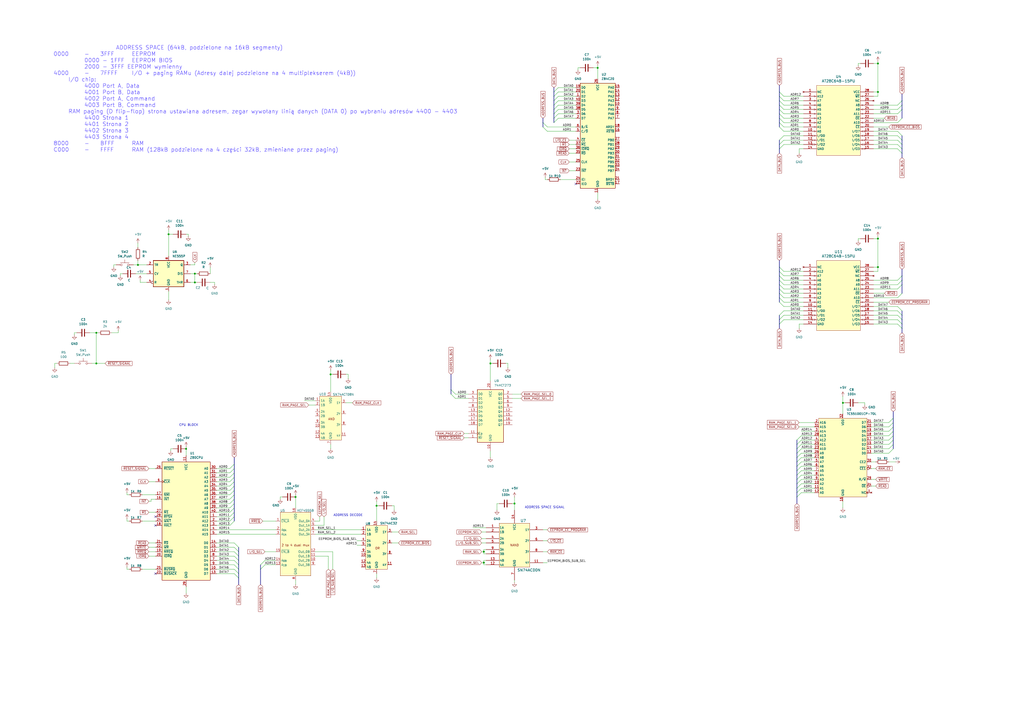
<source format=kicad_sch>
(kicad_sch (version 20231120) (generator "eeschema") (generator_version "8.0")
  (paper "A2")
  (title_block (title "Komputer Z80") (date "2025-03-02"))
  (junction (at 280.67 320.04))
  (junction (at 509.27 36.83))
  (junction (at 55.88 210.82))
  (junction (at 509.27 154.94))
  (junction (at 97.79 135.89))
  (junction (at 509.27 53.34))
  (junction (at 346.71 39.37))
  (junction (at 80.01 153.67))
  (junction (at 218.44 293.37))
  (junction (at 171.45 288.29))
  (junction (at 280.67 326.39))
  (junction (at 284.48 210.82))
  (junction (at 509.27 138.43))
  (junction (at 113.03 163.83))
  (junction (at 113.03 158.75))
  (junction (at 191.77 217.17))
  (junction (at 488.95 233.68))
  (junction (at 107.95 260.35))
  (junction (at 298.45 292.1))
  (junction (at 55.88 193.04))
  (no_connect (at 334.01 106.68))
  (no_connect (at 90.17 332.74))
  (no_connect (at 90.17 304.8))
  (no_connect (at 90.17 299.72))
  (bus_entry (at 523.24 162.56) (size -2.54 2.54))
  (bus_entry (at 523.24 170.18) (size -2.54 2.54))
  (bus_entry (at 314.96 73.66) (size 2.54 2.54))
  (bus_entry (at 452.12 154.94) (size 2.54 2.54))
  (bus_entry (at 518.16 252.73) (size -2.54 2.54))
  (bus_entry (at 462.28 278.13) (size 2.54 -2.54))
  (bus_entry (at 523.24 68.58) (size -2.54 2.54))
  (bus_entry (at 452.12 60.96) (size 2.54 2.54))
  (bus_entry (at 452.12 58.42) (size 2.54 2.54))
  (bus_entry (at 138.43 330.2) (size -2.54 -2.54))
  (bus_entry (at 452.12 86.36) (size 2.54 -2.54))
  (bus_entry (at 462.28 262.89) (size 2.54 -2.54))
  (bus_entry (at 523.24 60.96) (size -2.54 2.54))
  (bus_entry (at 462.28 288.29) (size 2.54 -2.54))
  (bus_entry (at 452.12 71.12) (size 2.54 2.54))
  (bus_entry (at 523.24 182.88) (size -2.54 -2.54))
  (bus_entry (at 135.89 292.1) (size -2.54 2.54))
  (bus_entry (at 462.28 285.75) (size 2.54 -2.54))
  (bus_entry (at 138.43 332.74) (size -2.54 -2.54))
  (bus_entry (at 138.43 320.04) (size -2.54 -2.54))
  (bus_entry (at 135.89 274.32) (size -2.54 2.54))
  (bus_entry (at 321.31 68.58) (size 2.54 -2.54))
  (bus_entry (at 321.31 53.34) (size 2.54 -2.54))
  (bus_entry (at 523.24 187.96) (size -2.54 -2.54))
  (bus_entry (at 452.12 81.28) (size 2.54 -2.54))
  (bus_entry (at 151.13 330.2) (size 2.54 -2.54))
  (bus_entry (at 523.24 86.36) (size -2.54 -2.54))
  (bus_entry (at 523.24 185.42) (size -2.54 -2.54))
  (bus_entry (at 135.89 279.4) (size -2.54 2.54))
  (bus_entry (at 138.43 317.5) (size -2.54 -2.54))
  (bus_entry (at 523.24 58.42) (size -2.54 2.54))
  (bus_entry (at 452.12 162.56) (size 2.54 2.54))
  (bus_entry (at 462.28 273.05) (size 2.54 -2.54))
  (bus_entry (at 321.31 58.42) (size 2.54 -2.54))
  (bus_entry (at 462.28 267.97) (size 2.54 -2.54))
  (bus_entry (at 523.24 78.74) (size -2.54 -2.54))
  (bus_entry (at 462.28 275.59) (size 2.54 -2.54))
  (bus_entry (at 523.24 88.9) (size -2.54 -2.54))
  (bus_entry (at 135.89 271.78) (size -2.54 2.54))
  (bus_entry (at 518.16 255.27) (size -2.54 2.54))
  (bus_entry (at 462.28 260.35) (size 2.54 -2.54))
  (bus_entry (at 321.31 63.5) (size 2.54 -2.54))
  (bus_entry (at 452.12 182.88) (size 2.54 -2.54))
  (bus_entry (at 452.12 185.42) (size 2.54 -2.54))
  (bus_entry (at 452.12 172.72) (size 2.54 2.54))
  (bus_entry (at 462.28 255.27) (size 2.54 -2.54))
  (bus_entry (at 452.12 63.5) (size 2.54 2.54))
  (bus_entry (at 261.62 228.6) (size 2.54 2.54))
  (bus_entry (at 135.89 297.18) (size -2.54 2.54))
  (bus_entry (at 523.24 83.82) (size -2.54 -2.54))
  (bus_entry (at 321.31 60.96) (size 2.54 -2.54))
  (bus_entry (at 452.12 167.64) (size 2.54 2.54))
  (bus_entry (at 138.43 335.28) (size -2.54 -2.54))
  (bus_entry (at 452.12 66.04) (size 2.54 2.54))
  (bus_entry (at 523.24 180.34) (size -2.54 -2.54))
  (bus_entry (at 518.16 242.57) (size -2.54 2.54))
  (bus_entry (at 261.62 226.06) (size 2.54 2.54))
  (bus_entry (at 321.31 71.12) (size 2.54 -2.54))
  (bus_entry (at 138.43 325.12) (size -2.54 -2.54))
  (bus_entry (at 462.28 283.21) (size 2.54 -2.54))
  (bus_entry (at 314.96 71.12) (size 2.54 2.54))
  (bus_entry (at 452.12 55.88) (size 2.54 2.54))
  (bus_entry (at 462.28 265.43) (size 2.54 -2.54))
  (bus_entry (at 462.28 280.67) (size 2.54 -2.54))
  (bus_entry (at 135.89 289.56) (size -2.54 2.54))
  (bus_entry (at 462.28 270.51) (size 2.54 -2.54))
  (bus_entry (at 135.89 276.86) (size -2.54 2.54))
  (bus_entry (at 523.24 81.28) (size -2.54 -2.54))
  (bus_entry (at 151.13 327.66) (size 2.54 -2.54))
  (bus_entry (at 523.24 165.1) (size -2.54 2.54))
  (bus_entry (at 523.24 63.5) (size -2.54 2.54))
  (bus_entry (at 523.24 160.02) (size -2.54 2.54))
  (bus_entry (at 518.16 260.35) (size -2.54 2.54))
  (bus_entry (at 452.12 157.48) (size 2.54 2.54))
  (bus_entry (at 518.16 247.65) (size -2.54 2.54))
  (bus_entry (at 452.12 53.34) (size 2.54 2.54))
  (bus_entry (at 452.12 170.18) (size 2.54 2.54))
  (bus_entry (at 452.12 175.26) (size 2.54 2.54))
  (bus_entry (at 135.89 302.26) (size -2.54 2.54))
  (bus_entry (at 135.89 299.72) (size -2.54 2.54))
  (bus_entry (at 523.24 190.5) (size -2.54 -2.54))
  (bus_entry (at 138.43 322.58) (size -2.54 -2.54))
  (bus_entry (at 452.12 165.1) (size 2.54 2.54))
  (bus_entry (at 135.89 281.94) (size -2.54 2.54))
  (bus_entry (at 135.89 294.64) (size -2.54 2.54))
  (bus_entry (at 462.28 257.81) (size 2.54 -2.54))
  (bus_entry (at 518.16 257.81) (size -2.54 2.54))
  (bus_entry (at 452.12 68.58) (size 2.54 2.54))
  (bus_entry (at 452.12 187.96) (size 2.54 -2.54))
  (bus_entry (at 321.31 55.88) (size 2.54 -2.54))
  (bus_entry (at 321.31 66.04) (size 2.54 -2.54))
  (bus_entry (at 452.12 73.66) (size 2.54 2.54))
  (bus_entry (at 452.12 160.02) (size 2.54 2.54))
  (bus_entry (at 138.43 327.66) (size -2.54 -2.54))
  (bus_entry (at 135.89 284.48) (size -2.54 2.54))
  (bus_entry (at 135.89 269.24) (size -2.54 2.54))
  (bus_entry (at 518.16 245.11) (size -2.54 2.54))
  (bus_entry (at 518.16 250.19) (size -2.54 2.54))
  (bus_entry (at 135.89 287.02) (size -2.54 2.54))
  (bus_entry (at 452.12 83.82) (size 2.54 -2.54))
  (wire (pts (xy 113.03 152.4) (xy 113.03 153.67)))
  (bus (pts (xy 135.89 289.56) (xy 135.89 292.1)))
  (wire (pts (xy 454.66 66.04) (xy 466.09 66.04)))
  (wire (pts (xy 193.04 217.17) (xy 191.77 217.17)))
  (bus (pts (xy 518.16 245.11) (xy 518.16 242.57)))
  (bus (pts (xy 452.12 185.42) (xy 452.12 187.96)))
  (wire (pts (xy 297.18 228.6) (xy 302.26 228.6)))
  (wire (pts (xy 506.73 68.58) (xy 513.08 68.58)))
  (wire (pts (xy 330.2 93.98) (xy 334.01 93.98)))
  (wire (pts (xy 454.66 177.8) (xy 466.09 177.8)))
  (wire (pts (xy 506.73 36.83) (xy 509.27 36.83)))
  (wire (pts (xy 454.66 165.1) (xy 466.09 165.1)))
  (wire (pts (xy 71.12 158.75) (xy 69.85 158.75)))
  (wire (pts (xy 44.45 193.04) (xy 43.18 193.04)))
  (wire (pts (xy 505.46 260.35) (xy 515.62 260.35)))
  (wire (pts (xy 509.27 53.34) (xy 509.27 36.83)))
  (bus (pts (xy 523.24 187.96) (xy 523.24 190.5)))
  (wire (pts (xy 344.17 39.37) (xy 346.71 39.37)))
  (wire (pts (xy 454.66 60.96) (xy 466.09 60.96)))
  (wire (pts (xy 472.44 262.89) (xy 464.82 262.89)))
  (bus (pts (xy 462.28 278.13) (xy 462.28 275.59)))
  (wire (pts (xy 87.63 289.56) (xy 90.17 289.56)))
  (wire (pts (xy 454.66 157.48) (xy 466.09 157.48)))
  (wire (pts (xy 454.66 68.58) (xy 466.09 68.58)))
  (wire (pts (xy 73.66 300.99) (xy 73.66 302.26)))
  (wire (pts (xy 506.73 182.88) (xy 520.7 182.88)))
  (bus (pts (xy 151.13 330.2) (xy 151.13 339.09)))
  (wire (pts (xy 110.49 153.67) (xy 113.03 153.67)))
  (wire (pts (xy 82.55 287.02) (xy 90.17 287.02)))
  (bus (pts (xy 452.12 55.88) (xy 452.12 58.42)))
  (wire (pts (xy 125.73 332.74) (xy 135.89 332.74)))
  (wire (pts (xy 190.5 322.58) (xy 190.5 330.2)))
  (wire (pts (xy 314.96 326.39) (xy 317.5 326.39)))
  (wire (pts (xy 182.88 320.04) (xy 193.04 320.04)))
  (wire (pts (xy 288.29 292.1) (xy 288.29 295.91)))
  (wire (pts (xy 191.77 257.81) (xy 191.77 260.35)))
  (wire (pts (xy 505.46 257.81) (xy 515.62 257.81)))
  (wire (pts (xy 505.46 255.27) (xy 515.62 255.27)))
  (wire (pts (xy 330.2 88.9) (xy 334.01 88.9)))
  (wire (pts (xy 125.73 330.2) (xy 135.89 330.2)))
  (wire (pts (xy 99.06 260.35) (xy 99.06 261.62)))
  (wire (pts (xy 454.66 170.18) (xy 466.09 170.18)))
  (wire (pts (xy 506.73 167.64) (xy 520.7 167.64)))
  (wire (pts (xy 97.79 135.89) (xy 100.33 135.89)))
  (bus (pts (xy 523.24 60.96) (xy 523.24 63.5)))
  (wire (pts (xy 506.73 81.28) (xy 520.7 81.28)))
  (wire (pts (xy 505.46 267.97) (xy 508 267.97)))
  (wire (pts (xy 506.73 162.56) (xy 520.7 162.56)))
  (wire (pts (xy 97.79 168.91) (xy 97.79 173.99)))
  (bus (pts (xy 321.31 50.8) (xy 321.31 53.34)))
  (wire (pts (xy 505.46 262.89) (xy 515.62 262.89)))
  (bus (pts (xy 523.24 190.5) (xy 523.24 193.04)))
  (bus (pts (xy 321.31 60.96) (xy 321.31 58.42)))
  (bus (pts (xy 462.28 288.29) (xy 462.28 285.75)))
  (wire (pts (xy 506.73 78.74) (xy 520.7 78.74)))
  (wire (pts (xy 113.03 158.75) (xy 113.03 163.83)))
  (bus (pts (xy 151.13 327.66) (xy 151.13 330.2)))
  (wire (pts (xy 100.33 260.35) (xy 99.06 260.35)))
  (wire (pts (xy 316.23 104.14) (xy 317.5 104.14)))
  (bus (pts (xy 452.12 63.5) (xy 452.12 66.04)))
  (wire (pts (xy 472.44 252.73) (xy 464.82 252.73)))
  (wire (pts (xy 125.73 297.18) (xy 133.35 297.18)))
  (wire (pts (xy 193.04 320.04) (xy 193.04 330.2)))
  (bus (pts (xy 138.43 332.74) (xy 138.43 335.28)))
  (wire (pts (xy 280.67 318.77) (xy 280.67 320.04)))
  (wire (pts (xy 110.49 163.83) (xy 113.03 163.83)))
  (bus (pts (xy 452.12 83.82) (xy 452.12 86.36)))
  (wire (pts (xy 472.44 260.35) (xy 464.82 260.35)))
  (bus (pts (xy 135.89 292.1) (xy 135.89 294.64)))
  (wire (pts (xy 274.32 306.07) (xy 281.94 306.07)))
  (bus (pts (xy 452.12 49.53) (xy 452.12 53.34)))
  (wire (pts (xy 515.62 267.97) (xy 519.43 267.97)))
  (wire (pts (xy 179.07 234.95) (xy 182.88 234.95)))
  (wire (pts (xy 346.71 38.1) (xy 346.71 39.37)))
  (wire (pts (xy 73.66 302.26) (xy 74.93 302.26)))
  (wire (pts (xy 125.73 271.78) (xy 133.35 271.78)))
  (bus (pts (xy 518.16 252.73) (xy 518.16 250.19)))
  (wire (pts (xy 472.44 257.81) (xy 464.82 257.81)))
  (bus (pts (xy 135.89 284.48) (xy 135.89 287.02)))
  (wire (pts (xy 454.66 58.42) (xy 466.09 58.42)))
  (wire (pts (xy 125.73 327.66) (xy 135.89 327.66)))
  (wire (pts (xy 314.96 313.69) (xy 317.5 313.69)))
  (wire (pts (xy 506.73 63.5) (xy 520.7 63.5)))
  (wire (pts (xy 125.73 314.96) (xy 135.89 314.96)))
  (wire (pts (xy 125.73 276.86) (xy 133.35 276.86)))
  (wire (pts (xy 346.71 39.37) (xy 346.71 45.72)))
  (bus (pts (xy 138.43 320.04) (xy 138.43 322.58)))
  (wire (pts (xy 316.23 102.87) (xy 316.23 104.14)))
  (bus (pts (xy 321.31 63.5) (xy 321.31 66.04)))
  (bus (pts (xy 523.24 58.42) (xy 523.24 60.96)))
  (bus (pts (xy 462.28 267.97) (xy 462.28 265.43)))
  (wire (pts (xy 334.01 60.96) (xy 323.85 60.96)))
  (wire (pts (xy 293.37 210.82) (xy 294.64 210.82)))
  (wire (pts (xy 163.83 288.29) (xy 162.56 288.29)))
  (wire (pts (xy 454.66 185.42) (xy 466.09 185.42)))
  (wire (pts (xy 125.73 279.4) (xy 133.35 279.4)))
  (wire (pts (xy 125.73 281.94) (xy 133.35 281.94)))
  (wire (pts (xy 171.45 336.55) (xy 171.45 339.09)))
  (wire (pts (xy 207.01 313.69) (xy 209.55 313.69)))
  (wire (pts (xy 506.73 73.66) (xy 515.62 73.66)))
  (bus (pts (xy 452.12 53.34) (xy 452.12 55.88)))
  (bus (pts (xy 452.12 66.04) (xy 452.12 68.58)))
  (wire (pts (xy 284.48 210.82) (xy 284.48 220.98)))
  (wire (pts (xy 80.01 153.67) (xy 77.47 153.67)))
  (wire (pts (xy 280.67 326.39) (xy 279.4 326.39)))
  (wire (pts (xy 125.73 289.56) (xy 133.35 289.56)))
  (wire (pts (xy 505.46 271.78) (xy 508 271.78)))
  (wire (pts (xy 506.73 86.36) (xy 520.7 86.36)))
  (wire (pts (xy 506.73 177.8) (xy 520.7 177.8)))
  (bus (pts (xy 523.24 180.34) (xy 523.24 182.88)))
  (wire (pts (xy 55.88 193.04) (xy 55.88 210.82)))
  (wire (pts (xy 454.66 71.12) (xy 466.09 71.12)))
  (wire (pts (xy 330.2 99.06) (xy 334.01 99.06)))
  (wire (pts (xy 40.64 210.82) (xy 43.18 210.82)))
  (wire (pts (xy 297.18 292.1) (xy 298.45 292.1)))
  (bus (pts (xy 261.62 217.17) (xy 261.62 226.06)))
  (bus (pts (xy 462.28 280.67) (xy 462.28 278.13)))
  (wire (pts (xy 330.2 83.82) (xy 334.01 83.82)))
  (wire (pts (xy 463.55 245.11) (xy 472.44 245.11)))
  (wire (pts (xy 330.2 81.28) (xy 334.01 81.28)))
  (wire (pts (xy 121.92 154.94) (xy 121.92 158.75)))
  (bus (pts (xy 138.43 335.28) (xy 138.43 339.09)))
  (wire (pts (xy 279.4 312.42) (xy 281.94 312.42)))
  (wire (pts (xy 472.44 275.59) (xy 464.82 275.59)))
  (wire (pts (xy 463.55 86.36) (xy 463.55 88.9)))
  (wire (pts (xy 153.67 320.04) (xy 160.02 320.04)))
  (wire (pts (xy 497.84 36.83) (xy 497.84 38.1)))
  (bus (pts (xy 523.24 185.42) (xy 523.24 187.96)))
  (wire (pts (xy 125.73 307.34) (xy 160.02 307.34)))
  (wire (pts (xy 454.66 160.02) (xy 466.09 160.02)))
  (bus (pts (xy 135.89 271.78) (xy 135.89 274.32)))
  (wire (pts (xy 454.66 162.56) (xy 466.09 162.56)))
  (wire (pts (xy 86.36 290.83) (xy 87.63 290.83)))
  (wire (pts (xy 454.66 175.26) (xy 466.09 175.26)))
  (wire (pts (xy 472.44 283.21) (xy 464.82 283.21)))
  (wire (pts (xy 97.79 133.35) (xy 97.79 135.89)))
  (wire (pts (xy 509.27 138.43) (xy 509.27 137.16)))
  (wire (pts (xy 506.73 66.04) (xy 520.7 66.04)))
  (bus (pts (xy 462.28 265.43) (xy 462.28 262.89)))
  (wire (pts (xy 86.36 317.5) (xy 90.17 317.5)))
  (wire (pts (xy 314.96 307.34) (xy 317.5 307.34)))
  (bus (pts (xy 452.12 162.56) (xy 452.12 165.1)))
  (wire (pts (xy 125.73 274.32) (xy 133.35 274.32)))
  (wire (pts (xy 334.01 53.34) (xy 323.85 53.34)))
  (wire (pts (xy 279.4 308.61) (xy 281.94 308.61)))
  (wire (pts (xy 125.73 304.8) (xy 133.35 304.8)))
  (wire (pts (xy 506.73 170.18) (xy 513.08 170.18)))
  (bus (pts (xy 452.12 167.64) (xy 452.12 170.18)))
  (bus (pts (xy 452.12 81.28) (xy 452.12 83.82)))
  (wire (pts (xy 506.73 83.82) (xy 520.7 83.82)))
  (wire (pts (xy 82.55 302.26) (xy 90.17 302.26)))
  (wire (pts (xy 185.42 302.26) (xy 185.42 299.72)))
  (bus (pts (xy 462.28 275.59) (xy 462.28 273.05)))
  (wire (pts (xy 346.71 111.76) (xy 346.71 115.57)))
  (wire (pts (xy 113.03 163.83) (xy 114.3 163.83)))
  (bus (pts (xy 462.28 283.21) (xy 462.28 280.67)))
  (wire (pts (xy 284.48 208.28) (xy 284.48 210.82)))
  (wire (pts (xy 125.73 302.26) (xy 133.35 302.26)))
  (wire (pts (xy 317.5 73.66) (xy 334.01 73.66)))
  (wire (pts (xy 176.53 232.41) (xy 182.88 232.41)))
  (wire (pts (xy 279.4 314.96) (xy 281.94 314.96)))
  (bus (pts (xy 138.43 317.5) (xy 138.43 320.04)))
  (wire (pts (xy 281.94 318.77) (xy 280.67 318.77)))
  (wire (pts (xy 454.66 78.74) (xy 466.09 78.74)))
  (wire (pts (xy 191.77 214.63) (xy 191.77 217.17)))
  (bus (pts (xy 135.89 279.4) (xy 135.89 281.94)))
  (wire (pts (xy 78.74 158.75) (xy 85.09 158.75)))
  (wire (pts (xy 506.73 71.12) (xy 520.7 71.12)))
  (wire (pts (xy 463.55 247.65) (xy 472.44 247.65)))
  (wire (pts (xy 153.67 327.66) (xy 160.02 327.66)))
  (wire (pts (xy 187.96 299.72) (xy 187.96 304.8)))
  (wire (pts (xy 334.01 58.42) (xy 323.85 58.42)))
  (wire (pts (xy 505.46 245.11) (xy 515.62 245.11)))
  (wire (pts (xy 497.84 138.43) (xy 497.84 139.7)))
  (wire (pts (xy 81.28 162.56) (xy 81.28 163.83)))
  (wire (pts (xy 207.01 316.23) (xy 209.55 316.23)))
  (wire (pts (xy 53.34 210.82) (xy 55.88 210.82)))
  (bus (pts (xy 452.12 170.18) (xy 452.12 172.72)))
  (bus (pts (xy 135.89 299.72) (xy 135.89 302.26)))
  (bus (pts (xy 523.24 182.88) (xy 523.24 185.42)))
  (wire (pts (xy 125.73 320.04) (xy 135.89 320.04)))
  (wire (pts (xy 31.75 210.82) (xy 33.02 210.82)))
  (wire (pts (xy 466.09 86.36) (xy 463.55 86.36)))
  (bus (pts (xy 135.89 287.02) (xy 135.89 289.56)))
  (bus (pts (xy 452.12 86.36) (xy 452.12 88.9)))
  (wire (pts (xy 201.93 217.17) (xy 201.93 219.71)))
  (wire (pts (xy 285.75 210.82) (xy 284.48 210.82)))
  (wire (pts (xy 506.73 60.96) (xy 520.7 60.96)))
  (wire (pts (xy 227.33 308.61) (xy 231.14 308.61)))
  (wire (pts (xy 87.63 290.83) (xy 87.63 289.56)))
  (bus (pts (xy 523.24 156.21) (xy 523.24 160.02)))
  (bus (pts (xy 138.43 325.12) (xy 138.43 327.66)))
  (wire (pts (xy 80.01 140.97) (xy 80.01 143.51)))
  (bus (pts (xy 518.16 250.19) (xy 518.16 247.65)))
  (wire (pts (xy 334.01 63.5) (xy 323.85 63.5)))
  (wire (pts (xy 125.73 284.48) (xy 133.35 284.48)))
  (wire (pts (xy 113.03 158.75) (xy 110.49 158.75)))
  (bus (pts (xy 138.43 330.2) (xy 138.43 332.74)))
  (wire (pts (xy 454.66 83.82) (xy 466.09 83.82)))
  (bus (pts (xy 321.31 55.88) (xy 321.31 53.34)))
  (wire (pts (xy 182.88 302.26) (xy 185.42 302.26)))
  (wire (pts (xy 86.36 297.18) (xy 90.17 297.18)))
  (wire (pts (xy 125.73 322.58) (xy 135.89 322.58)))
  (wire (pts (xy 80.01 151.13) (xy 80.01 153.67)))
  (wire (pts (xy 55.88 210.82) (xy 60.96 210.82)))
  (bus (pts (xy 135.89 265.43) (xy 135.89 269.24)))
  (bus (pts (xy 135.89 281.94) (xy 135.89 284.48)))
  (wire (pts (xy 336.55 39.37) (xy 335.28 39.37)))
  (wire (pts (xy 187.96 304.8) (xy 182.88 304.8)))
  (wire (pts (xy 505.46 278.13) (xy 508 278.13)))
  (wire (pts (xy 125.73 299.72) (xy 133.35 299.72)))
  (wire (pts (xy 86.36 271.78) (xy 90.17 271.78)))
  (wire (pts (xy 125.73 309.88) (xy 160.02 309.88)))
  (wire (pts (xy 454.66 172.72) (xy 466.09 172.72)))
  (wire (pts (xy 269.24 251.46) (xy 271.78 251.46)))
  (wire (pts (xy 506.73 180.34) (xy 520.7 180.34)))
  (bus (pts (xy 321.31 58.42) (xy 321.31 55.88)))
  (wire (pts (xy 334.01 66.04) (xy 323.85 66.04)))
  (wire (pts (xy 488.95 233.68) (xy 490.22 233.68)))
  (wire (pts (xy 488.95 229.87) (xy 488.95 233.68)))
  (wire (pts (xy 69.85 158.75) (xy 69.85 160.02)))
  (wire (pts (xy 454.66 63.5) (xy 466.09 63.5)))
  (wire (pts (xy 227.33 293.37) (xy 228.6 293.37)))
  (bus (pts (xy 452.12 172.72) (xy 452.12 175.26)))
  (wire (pts (xy 472.44 270.51) (xy 464.82 270.51)))
  (wire (pts (xy 509.27 36.83) (xy 509.27 35.56)))
  (bus (pts (xy 518.16 255.27) (xy 518.16 252.73)))
  (wire (pts (xy 284.48 261.62) (xy 284.48 265.43)))
  (wire (pts (xy 55.88 193.04) (xy 57.15 193.04)))
  (bus (pts (xy 452.12 160.02) (xy 452.12 162.56)))
  (wire (pts (xy 334.01 68.58) (xy 323.85 68.58)))
  (wire (pts (xy 152.4 302.26) (xy 160.02 302.26)))
  (bus (pts (xy 452.12 187.96) (xy 452.12 190.5)))
  (wire (pts (xy 464.82 250.19) (xy 472.44 250.19)))
  (wire (pts (xy 124.46 165.1) (xy 124.46 163.83)))
  (wire (pts (xy 73.66 287.02) (xy 74.93 287.02)))
  (bus (pts (xy 518.16 247.65) (xy 518.16 245.11)))
  (wire (pts (xy 281.94 327.66) (xy 280.67 327.66)))
  (bus (pts (xy 523.24 81.28) (xy 523.24 83.82)))
  (bus (pts (xy 462.28 262.89) (xy 462.28 260.35)))
  (wire (pts (xy 280.67 325.12) (xy 280.67 326.39)))
  (wire (pts (xy 506.73 185.42) (xy 520.7 185.42)))
  (bus (pts (xy 523.24 86.36) (xy 523.24 88.9)))
  (bus (pts (xy 452.12 182.88) (xy 452.12 185.42)))
  (wire (pts (xy 505.46 281.94) (xy 508 281.94)))
  (wire (pts (xy 454.66 81.28) (xy 466.09 81.28)))
  (wire (pts (xy 125.73 294.64) (xy 133.35 294.64)))
  (wire (pts (xy 191.77 217.17) (xy 191.77 227.33)))
  (wire (pts (xy 73.66 330.2) (xy 74.93 330.2)))
  (wire (pts (xy 505.46 247.65) (xy 515.62 247.65)))
  (wire (pts (xy 506.73 187.96) (xy 520.7 187.96)))
  (wire (pts (xy 73.66 328.93) (xy 73.66 330.2)))
  (bus (pts (xy 452.12 71.12) (xy 452.12 73.66)))
  (wire (pts (xy 454.66 180.34) (xy 466.09 180.34)))
  (wire (pts (xy 182.88 307.34) (xy 209.55 307.34)))
  (bus (pts (xy 314.96 68.58) (xy 314.96 71.12)))
  (bus (pts (xy 452.12 154.94) (xy 452.12 157.48)))
  (wire (pts (xy 73.66 285.75) (xy 73.66 287.02)))
  (wire (pts (xy 488.95 233.68) (xy 488.95 240.03)))
  (wire (pts (xy 509.27 157.48) (xy 509.27 154.94)))
  (bus (pts (xy 462.28 273.05) (xy 462.28 270.51)))
  (bus (pts (xy 462.28 285.75) (xy 462.28 283.21)))
  (wire (pts (xy 317.5 76.2) (xy 334.01 76.2)))
  (wire (pts (xy 505.46 250.19) (xy 515.62 250.19)))
  (bus (pts (xy 518.16 242.57) (xy 518.16 238.76)))
  (wire (pts (xy 171.45 287.02) (xy 171.45 288.29)))
  (wire (pts (xy 314.96 320.04) (xy 317.5 320.04)))
  (wire (pts (xy 466.09 187.96) (xy 463.55 187.96)))
  (bus (pts (xy 452.12 60.96) (xy 452.12 63.5)))
  (bus (pts (xy 523.24 162.56) (xy 523.24 165.1)))
  (wire (pts (xy 200.66 217.17) (xy 201.93 217.17)))
  (bus (pts (xy 452.12 151.13) (xy 452.12 154.94)))
  (wire (pts (xy 506.73 175.26) (xy 515.62 175.26)))
  (wire (pts (xy 281.94 321.31) (xy 280.67 321.31)))
  (wire (pts (xy 334.01 55.88) (xy 323.85 55.88)))
  (wire (pts (xy 107.95 340.36) (xy 107.95 344.17)))
  (wire (pts (xy 472.44 273.05) (xy 464.82 273.05)))
  (wire (pts (xy 67.31 153.67) (xy 66.04 153.67)))
  (bus (pts (xy 523.24 54.61) (xy 523.24 58.42)))
  (wire (pts (xy 506.73 165.1) (xy 520.7 165.1)))
  (wire (pts (xy 171.45 288.29) (xy 171.45 294.64)))
  (bus (pts (xy 321.31 60.96) (xy 321.31 63.5)))
  (bus (pts (xy 452.12 157.48) (xy 452.12 160.02)))
  (wire (pts (xy 82.55 330.2) (xy 90.17 330.2)))
  (wire (pts (xy 182.88 309.88) (xy 209.55 309.88)))
  (wire (pts (xy 107.95 259.08) (xy 107.95 260.35)))
  (bus (pts (xy 138.43 322.58) (xy 138.43 325.12)))
  (bus (pts (xy 135.89 274.32) (xy 135.89 276.86)))
  (bus (pts (xy 523.24 83.82) (xy 523.24 86.36)))
  (wire (pts (xy 153.67 325.12) (xy 160.02 325.12)))
  (wire (pts (xy 31.75 213.36) (xy 31.75 210.82)))
  (wire (pts (xy 294.64 210.82) (xy 294.64 213.36)))
  (wire (pts (xy 264.16 228.6) (xy 271.78 228.6)))
  (wire (pts (xy 454.66 55.88) (xy 466.09 55.88)))
  (wire (pts (xy 200.66 233.68) (xy 204.47 233.68)))
  (wire (pts (xy 109.22 135.89) (xy 107.95 135.89)))
  (wire (pts (xy 162.56 288.29) (xy 162.56 289.56)))
  (wire (pts (xy 472.44 285.75) (xy 464.82 285.75)))
  (wire (pts (xy 501.65 233.68) (xy 501.65 234.95)))
  (wire (pts (xy 325.12 104.14) (xy 334.01 104.14)))
  (wire (pts (xy 488.95 290.83) (xy 488.95 294.64)))
  (wire (pts (xy 297.18 231.14) (xy 302.26 231.14)))
  (bus (pts (xy 261.62 226.06) (xy 261.62 228.6)))
  (wire (pts (xy 454.66 182.88) (xy 466.09 182.88)))
  (wire (pts (xy 298.45 288.29) (xy 298.45 292.1)))
  (wire (pts (xy 97.79 135.89) (xy 97.79 148.59)))
  (bus (pts (xy 321.31 68.58) (xy 321.31 66.04)))
  (bus (pts (xy 518.16 260.35) (xy 518.16 257.81)))
  (wire (pts (xy 472.44 255.27) (xy 464.82 255.27)))
  (bus (pts (xy 135.89 297.18) (xy 135.89 299.72)))
  (wire (pts (xy 219.71 293.37) (xy 218.44 293.37)))
  (wire (pts (xy 218.44 332.74) (xy 218.44 335.28)))
  (wire (pts (xy 228.6 293.37) (xy 228.6 295.91)))
  (wire (pts (xy 330.2 86.36) (xy 334.01 86.36)))
  (wire (pts (xy 472.44 278.13) (xy 464.82 278.13)))
  (wire (pts (xy 335.28 39.37) (xy 335.28 40.64)))
  (wire (pts (xy 506.73 55.88) (xy 509.27 55.88)))
  (wire (pts (xy 269.24 254) (xy 271.78 254)))
  (wire (pts (xy 86.36 320.04) (xy 90.17 320.04)))
  (wire (pts (xy 298.45 336.55) (xy 298.45 337.82)))
  (wire (pts (xy 107.95 260.35) (xy 107.95 264.16)))
  (bus (pts (xy 462.28 260.35) (xy 462.28 257.81)))
  (wire (pts (xy 506.73 172.72) (xy 520.7 172.72)))
  (bus (pts (xy 452.12 58.42) (xy 452.12 60.96)))
  (wire (pts (xy 80.01 153.67) (xy 85.09 153.67)))
  (wire (pts (xy 280.67 321.31) (xy 280.67 320.04)))
  (wire (pts (xy 506.73 76.2) (xy 520.7 76.2)))
  (wire (pts (xy 454.66 76.2) (xy 466.09 76.2)))
  (wire (pts (xy 298.45 292.1) (xy 298.45 295.91)))
  (wire (pts (xy 86.36 314.96) (xy 90.17 314.96)))
  (bus (pts (xy 452.12 165.1) (xy 452.12 167.64)))
  (wire (pts (xy 499.11 36.83) (xy 497.84 36.83)))
  (bus (pts (xy 138.43 327.66) (xy 138.43 330.2)))
  (wire (pts (xy 124.46 163.83) (xy 121.92 163.83)))
  (bus (pts (xy 135.89 294.64) (xy 135.89 297.18)))
  (bus (pts (xy 523.24 88.9) (xy 523.24 91.44)))
  (wire (pts (xy 227.33 314.96) (xy 231.14 314.96)))
  (wire (pts (xy 289.56 292.1) (xy 288.29 292.1)))
  (wire (pts (xy 86.36 279.4) (xy 90.17 279.4)))
  (wire (pts (xy 218.44 290.83) (xy 218.44 293.37)))
  (wire (pts (xy 86.36 322.58) (xy 90.17 322.58)))
  (wire (pts (xy 506.73 154.94) (xy 509.27 154.94)))
  (wire (pts (xy 66.04 153.67) (xy 66.04 154.94)))
  (wire (pts (xy 472.44 265.43) (xy 464.82 265.43)))
  (wire (pts (xy 125.73 287.02) (xy 133.35 287.02)))
  (bus (pts (xy 462.28 257.81) (xy 462.28 255.27)))
  (wire (pts (xy 43.18 193.04) (xy 43.18 194.31)))
  (wire (pts (xy 280.67 320.04) (xy 279.4 320.04)))
  (bus (pts (xy 462.28 292.1) (xy 462.28 288.29)))
  (wire (pts (xy 454.66 167.64) (xy 466.09 167.64)))
  (wire (pts (xy 125.73 292.1) (xy 133.35 292.1)))
  (wire (pts (xy 125.73 317.5) (xy 135.89 317.5)))
  (wire (pts (xy 506.73 53.34) (xy 509.27 53.34)))
  (wire (pts (xy 506.73 157.48) (xy 509.27 157.48)))
  (wire (pts (xy 499.11 138.43) (xy 497.84 138.43)))
  (bus (pts (xy 518.16 257.81) (xy 518.16 255.27)))
  (wire (pts (xy 81.28 163.83) (xy 85.09 163.83)))
  (bus (pts (xy 523.24 160.02) (xy 523.24 162.56)))
  (bus (pts (xy 462.28 270.51) (xy 462.28 267.97)))
  (bus (pts (xy 314.96 71.12) (xy 314.96 73.66)))
  (wire (pts (xy 505.46 252.73) (xy 515.62 252.73)))
  (wire (pts (xy 280.67 327.66) (xy 280.67 326.39)))
  (wire (pts (xy 109.22 137.16) (xy 109.22 135.89)))
  (wire (pts (xy 472.44 280.67) (xy 464.82 280.67)))
  (wire (pts (xy 334.01 50.8) (xy 323.85 50.8)))
  (wire (pts (xy 472.44 267.97) (xy 464.82 267.97)))
  (bus (pts (xy 135.89 276.86) (xy 135.89 279.4)))
  (wire (pts (xy 454.66 73.66) (xy 466.09 73.66)))
  (bus (pts (xy 135.89 269.24) (xy 135.89 271.78)))
  (wire (pts (xy 264.16 231.14) (xy 271.78 231.14)))
  (wire (pts (xy 125.73 325.12) (xy 135.89 325.12)))
  (wire (pts (xy 281.94 325.12) (xy 280.67 325.12)))
  (wire (pts (xy 52.07 193.04) (xy 55.88 193.04)))
  (wire (pts (xy 506.73 138.43) (xy 509.27 138.43)))
  (bus (pts (xy 452.12 68.58) (xy 452.12 71.12)))
  (bus (pts (xy 523.24 165.1) (xy 523.24 170.18)))
  (wire (pts (xy 463.55 187.96) (xy 463.55 190.5)))
  (bus (pts (xy 523.24 78.74) (xy 523.24 81.28)))
  (wire (pts (xy 68.58 193.04) (xy 64.77 193.04)))
  (bus (pts (xy 321.31 71.12) (xy 321.31 68.58)))
  (wire (pts (xy 114.3 158.75) (xy 113.03 158.75)))
  (wire (pts (xy 182.88 322.58) (xy 190.5 322.58)))
  (bus (pts (xy 523.24 63.5) (xy 523.24 68.58)))
  (wire (pts (xy 509.27 55.88) (xy 509.27 53.34)))
  (wire (pts (xy 68.58 191.77) (xy 68.58 193.04)))
  (wire (pts (xy 497.84 233.68) (xy 501.65 233.68)))
  (wire (pts (xy 218.44 293.37) (xy 218.44 302.26)))
  (wire (pts (xy 509.27 154.94) (xy 509.27 138.43)))
  (text "				ADDRESS SPACE (64kB, podzielone na 16kB segmenty)\n0000	- 	3FFF 	EEPROM\n		0000 - 1FFF	EEPROM BIOS\n		2000 - 3FFF EEPROM wymienny\n4000 	- 	7FFFF	I/O + paging RAMu (Adresy dalej podzielone na 4 multiplekserem (4kB))\n	I/O chip:\n		4000 Port A, Data\n		4001 Port B, Data\n		4002 Port A, Command\n		4003 Port B, Command\n	RAM paging (D flip-flop) strona ustawiana adresem, zegar wywołany linią danych (DATA 0) po wybraniu adresów 4400 - 4403\n		4400 Strona 1\n		4401 Strona 2\n		4402 Strona 3\n		4403 Strona 4\n8000	-	BFFF	RAM\nC000	-	FFFF	RAM (128kB podzielone na 4 części 32kB, zmieniane przez paging)" (at 30.988 57.404 0) (effects (font (size 2.3 2.3)) (justify left)))
  (text "ADDRESS DECODE" (at 201.93 298.958 0) (effects (font (size 1.27 1.27))))
  (text "ADDRESS SPACE SIGNAL" (at 315.976 294.386 0) (effects (font (size 1.27 1.27))))
  (text "CPU BLOCK" (at 109.474 246.634 0) (effects (font (size 1.27 1.27))))
  (label "DATA0" (at 458.47 180.34 0))
  (label "DATA2" (at 458.47 83.82 0))
  (label "ADR9" (at 510.54 165.1 0))
  (label "ADR5" (at 127 284.48 0))
  (label "DATA6" (at 509.27 78.74 0))
  (label "DATA4" (at 332.74 60.96 180))
  (label "ADR8" (at 510.54 162.56 0))
  (label "ADR7" (at 127 289.56 0))
  (label "RAM_SEL_1" (at 184.15 307.34 0))
  (label "DATA1" (at 458.47 81.28 0))
  (label "ADR11" (at 510.54 66.04 0))
  (label "DATA3" (at 127 322.58 0))
  (label "ADR0" (at 265.43 228.6 0))
  (label "ADR12" (at 458.47 157.48 0))
  (label "ADR2" (at 458.47 71.12 0))
  (label "ADR13" (at 207.01 316.23 180))
  (label "ADR9" (at 471.17 262.89 180))
  (label "ADR14" (at 127 307.34 0))
  (label "DATA0" (at 506.73 262.89 0))
  (label "ADR8" (at 471.17 265.43 180))
  (label "DATA5" (at 509.27 182.88 0))
  (label "ADR13" (at 153.67 327.66 0))
  (label "ADR0" (at 471.17 285.75 180))
  (label "ADR13" (at 471.17 252.73 180))
  (label "DATA7" (at 332.74 68.58 180))
  (label "ADR1" (at 326.39 76.2 0))
  (label "ADR15" (at 127 309.88 0))
  (label "ADR10" (at 471.17 260.35 180))
  (label "ADR6" (at 127 287.02 0))
  (label "DATA7" (at 509.27 76.2 0))
  (label "ADR1" (at 471.17 283.21 180))
  (label "ADR11" (at 510.54 167.64 0))
  (label "DATA3" (at 332.74 58.42 180))
  (label "ADR9" (at 510.54 63.5 0))
  (label "DATA4" (at 127 325.12 0))
  (label "RAM_SEL_2" (at 184.15 309.88 0))
  (label "ADR5" (at 471.17 273.05 180))
  (label "DATA3" (at 509.27 187.96 0))
  (label "ADR13" (at 274.32 306.07 0))
  (label "ADR5" (at 458.47 165.1 0))
  (label "DATA5" (at 332.74 63.5 180))
  (label "ADR7" (at 458.47 58.42 0))
  (label "ADR0" (at 458.47 177.8 0))
  (label "ADR6" (at 471.17 270.51 180))
  (label "DATA2" (at 458.47 185.42 0))
  (label "ADR2" (at 458.47 172.72 0))
  (label "ADR7" (at 471.17 267.97 180))
  (label "ADR1" (at 127 274.32 0))
  (label "DATA1" (at 127 317.5 0))
  (label "ADR6" (at 458.47 162.56 0))
  (label "EEPROM_BIOS_SUB_SEL" (at 317.5 326.39 0))
  (label "DATA4" (at 506.73 252.73 0))
  (label "ADR3" (at 127 279.4 0))
  (label "DATA5" (at 506.73 250.19 0))
  (label "ADR2" (at 127 276.86 0))
  (label "DATA3" (at 506.73 255.27 0))
  (label "ADR3" (at 471.17 278.13 180))
  (label "DATA7" (at 509.27 177.8 0))
  (label "ADR1" (at 458.47 73.66 0))
  (label "ADR8" (at 510.54 60.96 0))
  (label "ADR11" (at 471.17 257.81 180))
  (label "ADR7" (at 458.47 160.02 0))
  (label "ADR1" (at 458.47 175.26 0))
  (label "ADR4" (at 458.47 167.64 0))
  (label "ADR4" (at 458.47 66.04 0))
  (label "ADR11" (at 127 299.72 0))
  (label "DATA2" (at 332.74 55.88 180))
  (label "ADR8" (at 127 292.1 0))
  (label "DATA0" (at 332.74 50.8 180))
  (label "ADR6" (at 458.47 60.96 0))
  (label "ADR0" (at 326.39 73.66 0))
  (label "DATA7" (at 506.73 245.11 0))
  (label "ADR3" (at 458.47 68.58 0))
  (label "ADR12" (at 471.17 255.27 180))
  (label "DATA4" (at 509.27 83.82 0))
  (label "ADR12" (at 127 302.26 0))
  (label "EEPROM_BIOS_SUB_SEL" (at 207.01 313.69 180))
  (label "ADR10" (at 506.73 71.12 0))
  (label "DATA1" (at 506.73 260.35 0))
  (label "DATA1" (at 332.74 53.34 180))
  (label "DATA0" (at 127 314.96 0))
  (label "ADR0" (at 458.47 76.2 0))
  (label "ADR13" (at 127 304.8 0))
  (label "ADR3" (at 458.47 170.18 0))
  (label "ADR4" (at 471.17 275.59 180))
  (label "DATA3" (at 509.27 86.36 0))
  (label "ADR9" (at 127 294.64 0))
  (label "ADR5" (at 458.47 63.5 0))
  (label "ADR0" (at 127 271.78 0))
  (label "DATA4" (at 509.27 185.42 0))
  (label "DATA5" (at 127 327.66 0))
  (label "DATA6" (at 332.74 66.04 180))
  (label "DATA2" (at 127 320.04 0))
  (label "DATA6" (at 506.73 247.65 0))
  (label "DATA6" (at 509.27 180.34 0))
  (label "ADR14" (at 464.82 250.19 0))
  (label "DATA7" (at 127 332.74 0))
  (label "ADR12" (at 153.67 325.12 0))
  (label "DATA2" (at 506.73 257.81 0))
  (label "DATA0" (at 458.47 78.74 0))
  (label "ADR10" (at 127 297.18 0))
  (label "ADR1" (at 265.43 231.14 0))
  (label "ADR12" (at 458.47 55.88 0))
  (label "DATA0" (at 176.53 232.41 0))
  (label "ADR2" (at 471.17 280.67 180))
  (label "ADR4" (at 127 281.94 0))
  (label "ADR10" (at 506.73 172.72 0))
  (label "DATA5" (at 509.27 81.28 0))
  (label "DATA1" (at 458.47 182.88 0))
  (label "DATA6" (at 127 330.2 0))
  (global_label "DATA_BUS" (shape input) (at 321.31 50.8 90) (property "Intersheetrefs" "${INTERSHEET_REFS}" (effects (hide yes))))
  (global_label "~{READ}" (shape input) (at 508 281.94 0) (property "Intersheetrefs" "${INTERSHEET_REFS}" (effects (hide yes))))
  (global_label "CLK" (shape input) (at 86.36 279.4 180) (property "Intersheetrefs" "${INTERSHEET_REFS}" (effects (hide yes))))
  (global_label "~{RESET_SIGNAL}" (shape input) (at 269.24 254 180) (property "Intersheetrefs" "${INTERSHEET_REFS}" (effects (hide yes))))
  (global_label "CLK" (shape input) (at 113.03 152.4 90) (property "Intersheetrefs" "${INTERSHEET_REFS}" (effects (hide yes))))
  (global_label "~{I{slash}O_CE}" (shape input) (at 317.5 313.69 0) (property "Intersheetrefs" "${INTERSHEET_REFS}" (effects (hide yes))))
  (global_label "I{slash}O_SEL" (shape input) (at 187.96 299.72 90) (property "Intersheetrefs" "${INTERSHEET_REFS}" (effects (hide yes))))
  (global_label "~{WRITE}" (shape input) (at 86.36 317.5 180) (property "Intersheetrefs" "${INTERSHEET_REFS}" (effects (hide yes))))
  (global_label "CLK" (shape input) (at 330.2 93.98 180) (property "Intersheetrefs" "${INTERSHEET_REFS}" (effects (hide yes))))
  (global_label "~{RESET_SIGNAL}" (shape input) (at 86.36 271.78 180) (property "Intersheetrefs" "${INTERSHEET_REFS}" (effects (hide yes))))
  (global_label "DATA_BUS" (shape input) (at 452.12 88.9 270) (property "Intersheetrefs" "${INTERSHEET_REFS}" (effects (hide yes))))
  (global_label "~{M1}" (shape input) (at 86.36 297.18 180) (property "Intersheetrefs" "${INTERSHEET_REFS}" (effects (hide yes))))
  (global_label "RAM_SEL" (shape input) (at 279.4 320.04 180) (property "Intersheetrefs" "${INTERSHEET_REFS}" (effects (hide yes))))
  (global_label "ADDRESS_BUS" (shape input) (at 135.89 265.43 90) (property "Intersheetrefs" "${INTERSHEET_REFS}" (effects (hide yes))))
  (global_label "ADDRESS_BUS" (shape input) (at 261.62 217.17 90) (property "Intersheetrefs" "${INTERSHEET_REFS}" (effects (hide yes))))
  (global_label "~{WRITE}" (shape input) (at 508 278.13 0) (property "Intersheetrefs" "${INTERSHEET_REFS}" (effects (hide yes))))
  (global_label "~{READ}" (shape input) (at 513.08 170.18 0) (property "Intersheetrefs" "${INTERSHEET_REFS}" (effects (hide yes))))
  (global_label "~{READ}" (shape input) (at 330.2 88.9 180) (property "Intersheetrefs" "${INTERSHEET_REFS}" (effects (hide yes))))
  (global_label "DATA_BUS" (shape input) (at 523.24 193.04 270) (property "Intersheetrefs" "${INTERSHEET_REFS}" (effects (hide yes))))
  (global_label "~{EEPROM_CE_PROGRAM}" (shape input) (at 515.62 175.26 0) (property "Intersheetrefs" "${INTERSHEET_REFS}" (effects (hide yes))))
  (global_label "I{slash}O_SEL" (shape input) (at 279.4 312.42 180) (property "Intersheetrefs" "${INTERSHEET_REFS}" (effects (hide yes))))
  (global_label "RAM_PAGE_SEL_1" (shape input) (at 302.26 231.14 0) (property "Intersheetrefs" "${INTERSHEET_REFS}" (effects (hide yes))))
  (global_label "~{INT}" (shape input) (at 330.2 99.06 180) (property "Intersheetrefs" "${INTERSHEET_REFS}" (effects (hide yes))))
  (global_label "~{RAM_CE}" (shape input) (at 508 271.78 0) (property "Intersheetrefs" "${INTERSHEET_REFS}" (effects (hide yes))))
  (global_label "~{IORQ}" (shape input) (at 330.2 86.36 180) (property "Intersheetrefs" "${INTERSHEET_REFS}" (effects (hide yes))))
  (global_label "I{slash}O_SEL" (shape input) (at 153.67 320.04 180) (property "Intersheetrefs" "${INTERSHEET_REFS}" (effects (hide yes))))
  (global_label "~{I{slash}O_CE}" (shape input) (at 330.2 81.28 180) (property "Intersheetrefs" "${INTERSHEET_REFS}" (effects (hide yes))))
  (global_label "DATA_BUS" (shape input) (at 518.16 238.76 90) (property "Intersheetrefs" "${INTERSHEET_REFS}" (effects (hide yes))))
  (global_label "EEPROM_SEL" (shape input) (at 185.42 299.72 90) (property "Intersheetrefs" "${INTERSHEET_REFS}" (effects (hide yes))))
  (global_label "ADDRESS_BUS" (shape input) (at 314.96 68.58 90) (property "Intersheetrefs" "${INTERSHEET_REFS}" (effects (hide yes))))
  (global_label "ADDRESS_BUS" (shape input) (at 462.28 292.1 270) (property "Intersheetrefs" "${INTERSHEET_REFS}" (effects (hide yes))))
  (global_label "ADDRESS_BUS" (shape input) (at 151.13 339.09 270) (property "Intersheetrefs" "${INTERSHEET_REFS}" (effects (hide yes))))
  (global_label "RAM_PAGE_SEL" (shape input) (at 179.07 234.95 180) (property "Intersheetrefs" "${INTERSHEET_REFS}" (effects (hide yes))))
  (global_label "I{slash}O_SUB_SEL" (shape input) (at 193.04 330.2 270) (property "Intersheetrefs" "${INTERSHEET_REFS}" (effects (hide yes))))
  (global_label "ADDRESS_BUS" (shape input) (at 452.12 49.53 90) (property "Intersheetrefs" "${INTERSHEET_REFS}" (effects (hide yes))))
  (global_label "ADDRESS_BUS" (shape input) (at 452.12 151.13 90) (property "Intersheetrefs" "${INTERSHEET_REFS}" (effects (hide yes))))
  (global_label "EEPROM_SEL" (shape input) (at 279.4 326.39 180) (property "Intersheetrefs" "${INTERSHEET_REFS}" (effects (hide yes))))
  (global_label "ADDRESS_BUS" (shape input) (at 523.24 54.61 90) (property "Intersheetrefs" "${INTERSHEET_REFS}" (effects (hide yes))))
  (global_label "DATA_BUS" (shape input) (at 523.24 91.44 270) (property "Intersheetrefs" "${INTERSHEET_REFS}" (effects (hide yes))))
  (global_label "~{EEPROM_CE_BIOS}" (shape input) (at 515.62 73.66 0) (property "Intersheetrefs" "${INTERSHEET_REFS}" (effects (hide yes))))
  (global_label "DATA_BUS" (shape input) (at 452.12 190.5 270) (property "Intersheetrefs" "${INTERSHEET_REFS}" (effects (hide yes))))
  (global_label "RAM_PAGE_SEL_0" (shape input) (at 463.55 247.65 180) (property "Intersheetrefs" "${INTERSHEET_REFS}" (effects (hide yes))))
  (global_label "RAM_PAGE_SEL_0" (shape input) (at 302.26 228.6 0) (property "Intersheetrefs" "${INTERSHEET_REFS}" (effects (hide yes))))
  (global_label "~{MREQ}" (shape input) (at 152.4 302.26 180) (property "Intersheetrefs" "${INTERSHEET_REFS}" (effects (hide yes))))
  (global_label "RAM_PAGE_SEL_1" (shape input) (at 463.55 245.11 180) (property "Intersheetrefs" "${INTERSHEET_REFS}" (effects (hide yes))))
  (global_label "~{READ}" (shape input) (at 513.08 68.58 0) (property "Intersheetrefs" "${INTERSHEET_REFS}" (effects (hide yes))))
  (global_label "~{M1}" (shape input) (at 330.2 83.82 180) (property "Intersheetrefs" "${INTERSHEET_REFS}" (effects (hide yes))))
  (global_label "RAM_PAGE_CLK" (shape input) (at 204.47 233.68 0) (property "Intersheetrefs" "${INTERSHEET_REFS}" (effects (hide yes))))
  (global_label "RAM_SEL" (shape input) (at 231.14 308.61 0) (property "Intersheetrefs" "${INTERSHEET_REFS}" (effects (hide yes))))
  (global_label "RAM_PAGE_SEL" (shape input) (at 190.5 330.2 270) (property "Intersheetrefs" "${INTERSHEET_REFS}" (effects (hide yes))))
  (global_label "ADDRESS_BUS" (shape input) (at 523.24 156.21 90) (property "Intersheetrefs" "${INTERSHEET_REFS}" (effects (hide yes))))
  (global_label "~{MREQ}" (shape input) (at 86.36 320.04 180) (property "Intersheetrefs" "${INTERSHEET_REFS}" (effects (hide yes))))
  (global_label "~{READ}" (shape input) (at 86.36 314.96 180) (property "Intersheetrefs" "${INTERSHEET_REFS}" (effects (hide yes))))
  (global_label "~{EEPROM_CE_PROGRAM}" (shape input) (at 317.5 307.34 0) (property "Intersheetrefs" "${INTERSHEET_REFS}" (effects (hide yes))))
  (global_label "DATA_BUS" (shape input) (at 138.43 339.09 270) (property "Intersheetrefs" "${INTERSHEET_REFS}" (effects (hide yes))))
  (global_label "~{IORQ}" (shape input) (at 86.36 322.58 180) (property "Intersheetrefs" "${INTERSHEET_REFS}" (effects (hide yes))))
  (global_label "~{RESET_SIGNAL}" (shape input) (at 60.96 210.82 0) (property "Intersheetrefs" "${INTERSHEET_REFS}" (effects (hide yes))))
  (global_label "RAM_PAGE_CLK" (shape input) (at 269.24 251.46 180) (property "Intersheetrefs" "${INTERSHEET_REFS}" (effects (hide yes))))
  (global_label "EEPROM_SEL" (shape input) (at 279.4 308.61 180) (property "Intersheetrefs" "${INTERSHEET_REFS}" (effects (hide yes))))
  (global_label "~{EEPROM_CE_BIOS}" (shape input) (at 231.14 314.96 0) (property "Intersheetrefs" "${INTERSHEET_REFS}" (effects (hide yes))))
  (global_label "~{INT}" (shape input) (at 86.36 290.83 180) (property "Intersheetrefs" "${INTERSHEET_REFS}" (effects (hide yes))))
  (global_label "~{RAM_CE}" (shape input) (at 317.5 320.04 0) (property "Intersheetrefs" "${INTERSHEET_REFS}" (effects (hide yes))))
  (global_label "I{slash}O_SUB_SEL" (shape input) (at 279.4 314.96 180) (property "Intersheetrefs" "${INTERSHEET_REFS}" (effects (hide yes))))
  (symbol (lib_id "power:+5V") (at 73.66 328.93 0) (unit 1)
    (property "Reference" "#PWR015" (effects (hide yes)))
    (property "Value" "+5V" (at 73.66 323.85 0))
    (property "Description" "Power symbol creates a global label with name \"+5V\"" (effects (hide yes)))
  )
  (symbol (lib_id "Device:C") (at 48.26 193.04 270) (unit 1)
    (property "Reference" "C3" (at 48.26 185.42 90))
    (property "Value" "100n" (at 48.26 187.96 90))
    (property "Description" "Unpolarized capacitor" (effects (hide yes)))
  )
  (symbol (lib_id "Device:R") (at 78.74 287.02 90) (unit 1)
    (property "Reference" "R6" (at 80.772 284.988 90))
    (property "Value" "1k" (at 76.962 284.988 90))
    (property "Description" "Resistor" (effects (hide yes)))
  )
  (symbol (lib_id "power:GND") (at 43.18 194.31 0) (unit 1)
    (property "Reference" "#PWR021" (effects (hide yes)))
    (property "Value" "GND" (at 43.18 199.39 0))
    (property "Description" "Power symbol creates a global label with name \"GND\" , ground" (effects (hide yes)))
  )
  (symbol (lib_id "power:+5V") (at 316.23 102.87 0) (unit 1)
    (property "Reference" "#PWR022" (effects (hide yes)))
    (property "Value" "+5V" (at 316.23 97.79 0))
    (property "Description" "Power symbol creates a global label with name \"+5V\"" (effects (hide yes)))
  )
  (symbol (lib_id "Device:R") (at 80.01 147.32 0) (unit 1)
    (property "Reference" "R4" (at 82.55 146.0499 0) (effects (justify left)))
    (property "Value" "R" (at 82.55 148.5899 0) (effects (justify left)))
    (property "Description" "Resistor" (effects (hide yes)))
  )
  (symbol (lib_id "Device:C") (at 502.92 138.43 270) (unit 1)
    (property "Reference" "C14" (at 502.92 130.81 90))
    (property "Value" "100n" (at 502.92 133.35 90))
    (property "Description" "Unpolarized capacitor" (effects (hide yes)))
  )
  (symbol (lib_id "power:+5V") (at 298.45 288.29 0) (unit 1)
    (property "Reference" "#PWR029" (effects (hide yes)))
    (property "Value" "+5V" (at 298.45 283.21 0))
    (property "Description" "Power symbol creates a global label with name \"+5V\"" (effects (hide yes)))
  )
  (symbol (lib_id "power:+5V") (at 73.66 300.99 0) (unit 1)
    (property "Reference" "#PWR019" (effects (hide yes)))
    (property "Value" "+5V" (at 73.66 295.91 0))
    (property "Description" "Power symbol creates a global label with name \"+5V\"" (effects (hide yes)))
  )
  (symbol (lib_id "power:+5V") (at 509.27 35.56 0) (unit 1)
    (property "Reference" "#PWR02" (effects (hide yes)))
    (property "Value" "+5V" (at 509.27 30.48 0))
    (property "Description" "Power symbol creates a global label with name \"+5V\"" (effects (hide yes)))
  )
  (symbol (lib_id "Device:R") (at 36.83 210.82 90) (unit 1)
    (property "Reference" "R5" (at 36.83 204.47 90))
    (property "Value" "100" (at 36.83 207.01 90))
    (property "Description" "Resistor" (effects (hide yes)))
  )
  (symbol (lib_id "Device:C") (at 502.92 36.83 270) (unit 1)
    (property "Reference" "C6" (at 502.92 29.21 90))
    (property "Value" "100n" (at 502.92 31.75 90))
    (property "Description" "Unpolarized capacitor" (effects (hide yes)))
  )
  (symbol (lib_id "power:+5V") (at 121.92 154.94 0) (unit 1)
    (property "Reference" "#PWR013" (effects (hide yes)))
    (property "Value" "+5V" (at 121.92 149.86 0))
    (property "Description" "Power symbol creates a global label with name \"+5V\"" (effects (hide yes)))
  )
  (symbol (lib_id "power:+5V") (at 68.58 191.77 0) (unit 1)
    (property "Reference" "#PWR020" (effects (hide yes)))
    (property "Value" "+5V" (at 68.58 186.69 0))
    (property "Description" "Power symbol creates a global label with name \"+5V\"" (effects (hide yes)))
  )
  (symbol (lib_id "Device:C") (at 289.56 210.82 270) (unit 1)
    (property "Reference" "C12" (at 289.56 203.2 90))
    (property "Value" "100n" (at 289.56 205.74 90))
    (property "Description" "Unpolarized capacitor" (effects (hide yes)))
  )
  (symbol (lib_id "power:GND") (at 218.44 335.28 0) (unit 1)
    (property "Reference" "#PWR032" (effects (hide yes)))
    (property "Value" "GND" (at 218.44 340.36 0))
    (property "Description" "Power symbol creates a global label with name \"GND\" , ground" (effects (hide yes)))
  )
  (symbol (lib_id "power:GND") (at 31.75 213.36 0) (unit 1)
    (property "Reference" "#PWR017" (effects (hide yes)))
    (property "Value" "GND" (at 31.75 218.44 0))
    (property "Description" "Power symbol creates a global label with name \"GND\" , ground" (effects (hide yes)))
  )
  (symbol (lib_id "Device:R") (at 78.74 330.2 90) (unit 1)
    (property "Reference" "R8" (at 80.772 328.168 90))
    (property "Value" "1k" (at 76.962 328.168 90))
    (property "Description" "Resistor" (effects (hide yes)))
  )
  (symbol (lib_id "Device:C") (at 74.93 158.75 90) (unit 1)
    (property "Reference" "C4" (at 74.676 155.194 90))
    (property "Value" "C" (at 74.93 162.56 90))
    (property "Description" "Unpolarized capacitor" (effects (hide yes)))
  )
  (symbol (lib_id "power:GND") (at 497.84 139.7 0) (unit 1)
    (property "Reference" "#PWR046" (effects (hide yes)))
    (property "Value" "GND" (at 497.84 144.78 0))
    (property "Description" "Power symbol creates a global label with name \"GND\" , ground" (effects (hide yes)))
  )
  (symbol (lib_id "power:GND") (at 97.79 173.99 0) (unit 1)
    (property "Reference" "#PWR010" (effects (hide yes)))
    (property "Value" "GND" (at 97.79 179.07 0))
    (property "Description" "Power symbol creates a global label with name \"GND\" , ground" (effects (hide yes)))
  )
  (symbol (lib_id "power:GND") (at 501.65 234.95 0) (unit 1)
    (property "Reference" "#PWR026" (effects (hide yes)))
    (property "Value" "GND" (at 505.714 236.22 0))
    (property "Description" "Power symbol creates a global label with name \"GND\" , ground" (effects (hide yes)))
  )
  (symbol (lib_id "power:GND") (at 69.85 160.02 0) (unit 1)
    (property "Reference" "#PWR037" (effects (hide yes)))
    (property "Value" "GND" (at 69.85 165.1 0))
    (property "Description" "Power symbol creates a global label with name \"GND\" , ground" (effects (hide yes)))
  )
  (symbol (lib_id "power:+5V") (at 509.27 137.16 0) (unit 1)
    (property "Reference" "#PWR047" (effects (hide yes)))
    (property "Value" "+5V" (at 509.27 132.08 0))
    (property "Description" "Power symbol creates a global label with name \"+5V\"" (effects (hide yes)))
  )
  (symbol (lib_id "power:GND") (at 201.93 219.71 0) (unit 1)
    (property "Reference" "#PWR044" (effects (hide yes)))
    (property "Value" "GND" (at 201.93 224.79 0))
    (property "Description" "Power symbol creates a global label with name \"GND\" , ground" (effects (hide yes)))
  )
  (symbol (lib_id "Timer:NE555P") (at 97.79 158.75 0) (unit 1)
    (property "Reference" "U6" (at 99.9841 146.05 0) (effects (justify left)))
    (property "Value" "NE555P" (at 99.9841 148.59 0) (effects (justify left)))
    (property "Footprint" "Package_DIP:DIP-8_W7.62mm_Socket_LongPads" (effects (hide yes)))
    (property "Datasheet" "http://www.ti.com/lit/ds/symlink/ne555.pdf" (effects (hide yes)))
    (property "Description" "Precision Timers, 555 compatible,  PDIP-8" (effects (hide yes)))
  )
  (symbol (lib_id "power:+5V") (at 488.95 229.87 0) (unit 1)
    (property "Reference" "#PWR01" (effects (hide yes)))
    (property "Value" "+5V" (at 488.95 224.79 0))
    (property "Description" "Power symbol creates a global label with name \"+5V\"" (effects (hide yes)))
  )
  (symbol (lib_id "power:GND") (at 294.64 213.36 0) (unit 1)
    (property "Reference" "#PWR040" (effects (hide yes)))
    (property "Value" "GND" (at 294.64 218.44 0))
    (property "Description" "Power symbol creates a global label with name \"GND\" , ground" (effects (hide yes)))
  )
  (symbol (lib_id "power:GND") (at 346.71 115.57 0) (unit 1)
    (property "Reference" "#PWR06" (effects (hide yes)))
    (property "Value" "GND" (at 346.71 120.65 0))
    (property "Description" "Power symbol creates a global label with name \"GND\" , ground" (effects (hide yes)))
  )
  (symbol (lib_id "power:GND") (at 162.56 289.56 0) (unit 1)
    (property "Reference" "#PWR027" (effects (hide yes)))
    (property "Value" "GND" (at 160.02 293.116 0))
    (property "Description" "Power symbol creates a global label with name \"GND\" , ground" (effects (hide yes)))
  )
  (symbol (lib_id "power:GND") (at 228.6 295.91 0) (unit 1)
    (property "Reference" "#PWR014" (effects (hide yes)))
    (property "Value" "GND" (at 228.6 300.99 0))
    (property "Description" "Power symbol creates a global label with name \"GND\" , ground" (effects (hide yes)))
  )
  (symbol (lib_id "Device:R") (at 511.81 267.97 90) (unit 1)
    (property "Reference" "R1" (at 513.842 265.938 90))
    (property "Value" "1k" (at 510.032 265.938 90))
    (property "Description" "Resistor" (effects (hide yes)))
  )
  (symbol (lib_id "power:+5V") (at 97.79 133.35 0) (unit 1)
    (property "Reference" "#PWR012" (effects (hide yes)))
    (property "Value" "+5V" (at 97.79 128.27 0))
    (property "Description" "Power symbol creates a global label with name \"+5V\"" (effects (hide yes)))
  )
  (symbol (lib_id "Device:R") (at 321.31 104.14 90) (unit 1)
    (property "Reference" "R10" (at 323.342 102.108 90))
    (property "Value" "1k" (at 319.532 102.108 90))
    (property "Description" "Resistor" (effects (hide yes)))
  )
  (symbol (lib_id "Device:C") (at 118.11 163.83 90) (unit 1)
    (property "Reference" "C2" (at 114.808 166.878 90))
    (property "Value" "C" (at 120.396 167.132 90))
    (property "Description" "Unpolarized capacitor" (effects (hide yes)))
  )
  (symbol (lib_id "Custom_symbole:AT28C64B-15PU") (at 466.09 53.34 0) (unit 1)
    (property "Reference" "U4" (at 486.41 44.45 0) (effects (font (size 1.524 1.524))))
    (property "Value" "AT28C64B-15PU" (at 486.41 46.99 0) (effects (font (size 1.524 1.524))))
    (property "Footprint" "Package_DIP:DIP-28_W15.24mm_Socket_LongPads" (effects (hide yes)))
    (property "Datasheet" "AT28C64B-15PU" (effects (hide yes)))
  )
  (symbol (lib_id "power:GND") (at 335.28 40.64 0) (unit 1)
    (property "Reference" "#PWR025" (effects (hide yes)))
    (property "Value" "GND" (at 335.28 45.72 0))
    (property "Description" "Power symbol creates a global label with name \"GND\" , ground" (effects (hide yes)))
  )
  (symbol (lib_id "Device:C") (at 293.37 292.1 270) (unit 1)
    (property "Reference" "C10" (at 293.37 284.48 90))
    (property "Value" "100n" (at 293.37 287.02 90))
    (property "Description" "Unpolarized capacitor" (effects (hide yes)))
  )
  (symbol (lib_id "Device:C") (at 223.52 293.37 270) (unit 1)
    (property "Reference" "C1" (at 223.52 285.75 90))
    (property "Value" "100n" (at 223.52 288.29 90))
    (property "Description" "Unpolarized capacitor" (effects (hide yes)))
  )
  (symbol (lib_id "Device:R") (at 78.74 302.26 90) (unit 1)
    (property "Reference" "R7" (at 80.772 300.228 90))
    (property "Value" "1k" (at 76.962 300.228 90))
    (property "Description" "Resistor" (effects (hide yes)))
  )
  (symbol (lib_id "Custom_symbole:AT28C64B-15PU") (at 466.09 154.94 0) (unit 1)
    (property "Reference" "U11" (at 486.41 146.05 0) (effects (font (size 1.524 1.524))))
    (property "Value" "AT28C64B-15PU" (at 486.41 148.59 0) (effects (font (size 1.524 1.524))))
    (property "Footprint" "Package_DIP:DIP-28_W15.24mm_Socket_LongPads" (effects (hide yes)))
    (property "Datasheet" "AT28C64B-15PU" (effects (hide yes)))
  )
  (symbol (lib_id "power:GND") (at 288.29 295.91 0) (unit 1)
    (property "Reference" "#PWR028" (effects (hide yes)))
    (property "Value" "GND" (at 288.29 300.99 0))
    (property "Description" "Power symbol creates a global label with name \"GND\" , ground" (effects (hide yes)))
  )
  (symbol (lib_id "power:+5V") (at 107.95 259.08 0) (unit 1)
    (property "Reference" "#PWR03" (effects (hide yes)))
    (property "Value" "+5V" (at 107.95 254 0))
    (property "Description" "Power symbol creates a global label with name \"+5V\"" (effects (hide yes)))
  )
  (symbol (lib_id "power:GND") (at 66.04 154.94 0) (unit 1)
    (property "Reference" "#PWR038" (effects (hide yes)))
    (property "Value" "GND" (at 66.04 160.02 0))
    (property "Description" "Power symbol creates a global label with name \"GND\" , ground" (effects (hide yes)))
  )
  (symbol (lib_id "power:GND") (at 99.06 261.62 0) (unit 1)
    (property "Reference" "#PWR023" (effects (hide yes)))
    (property "Value" "GND" (at 99.06 266.7 0))
    (property "Description" "Power symbol creates a global label with name \"GND\" , ground" (effects (hide yes)))
  )
  (symbol (lib_id "power:GND") (at 284.48 265.43 0) (unit 1)
    (property "Reference" "#PWR041" (effects (hide yes)))
    (property "Value" "GND" (at 284.48 270.51 0))
    (property "Description" "Power symbol creates a global label with name \"GND\" , ground" (effects (hide yes)))
  )
  (symbol (lib_id "Switch:SW_Push") (at 48.26 210.82 0) (unit 1)
    (property "Reference" "SW1" (at 48.26 203.2 0))
    (property "Value" "SW_Push" (at 48.26 205.74 0))
    (property "Description" "Push button switch, generic, two pins" (effects (hide yes)))
  )
  (symbol (lib_id "Interface:Z84C20") (at 346.71 78.74 0) (unit 1)
    (property "Reference" "U2" (at 348.9041 43.18 0) (effects (justify left)))
    (property "Value" "Z84C20" (at 348.9041 45.72 0) (effects (justify left)))
    (property "Footprint" "Package_DIP:DIP-40_W15.24mm_Socket_LongPads" (effects (hide yes)))
    (property "Datasheet" "https://www.zilog.com/appnotes_download.php?FromPage=DirectLink&dn=PS0180&ft=Product%20Specification%20(Data%20Sheet)%20%20&f=YUhSMGNEb3ZMM2QzZHk1NmFXeHZaeTVqYjIwdlpHOWpjeTk2T0RBdmNITXdNVGd3TG5Ca1pnPT0=" (effects (hide yes)))
    (property "Description" "Parallel I/O, CMOS, DIP-40" (effects (hide yes)))
  )
  (symbol (lib_id "power:+5V") (at 81.28 162.56 0) (unit 1)
    (property "Reference" "#PWR036" (effects (hide yes)))
    (property "Value" "+5V" (at 81.28 157.48 0))
    (property "Description" "Power symbol creates a global label with name \"+5V\"" (effects (hide yes)))
  )
  (symbol (lib_id "Custom_symbole:SN74AC00N") (at 298.45 316.23 0) (unit 1)
    (property "Reference" "U7" (at 303.53 302.006 0) (effects (font (size 1.524 1.524))))
    (property "Value" "SN74AC00N" (at 306.832 330.708 0) (effects (font (size 1.524 1.524))))
    (property "Footprint" "Package_DIP:DIP-14_W7.62mm_Socket_LongPads" (effects (hide yes)))
    (property "Datasheet" "SN74AC00N" (effects (hide yes)))
  )
  (symbol (lib_id "Device:C") (at 104.14 260.35 270) (unit 1)
    (property "Reference" "C5" (at 104.14 252.73 90))
    (property "Value" "100n" (at 104.14 255.27 90))
    (property "Description" "Unpolarized capacitor" (effects (hide yes)))
  )
  (symbol (lib_id "power:+5V") (at 519.43 267.97 270) (unit 1)
    (property "Reference" "#PWR018" (effects (hide yes)))
    (property "Value" "+5V" (at 517.652 265.938 90) (effects (justify left)))
    (property "Description" "Power symbol creates a global label with name \"+5V\"" (effects (hide yes)))
  )
  (symbol (lib_id "Device:R") (at 118.11 158.75 270) (unit 1)
    (property "Reference" "R2" (at 118.11 152.4 90))
    (property "Value" "R" (at 118.11 154.94 90))
    (property "Description" "Resistor" (effects (hide yes)))
  )
  (symbol (lib_id "Custom_symbole:SN74ACT08N") (at 191.77 242.57 0) (unit 1)
    (property "Reference" "U10" (at 185.166 228.6 0) (effects (justify left)))
    (property "Value" "SN74ACT08N" (at 193.04 228.854 0) (effects (justify left)))
    (property "Footprint" "Package_DIP:DIP-14_W7.62mm_Socket_LongPads" (effects (hide yes)))
  )
  (symbol (lib_id "power:GND") (at 124.46 165.1 0) (unit 1)
    (property "Reference" "#PWR034" (effects (hide yes)))
    (property "Value" "GND" (at 124.46 170.18 0))
    (property "Description" "Power symbol creates a global label with name \"GND\" , ground" (effects (hide yes)))
  )
  (symbol (lib_id "CPU:Z80CPU") (at 107.95 302.26 0) (unit 1)
    (property "Reference" "U1" (at 110.1441 262.89 0) (effects (justify left)))
    (property "Value" "Z80CPU" (at 110.1441 265.43 0) (effects (justify left)))
    (property "Footprint" "Package_DIP:DIP-40_W15.24mm_Socket_LongPads" (effects (hide yes)))
    (property "Datasheet" "www.zilog.com/manage_directlink.php?filepath=docs/z80/um0080" (effects (hide yes)))
    (property "Description" "8-bit General Purpose Microprocessor, DIP-40" (effects (hide yes)))
  )
  (symbol (lib_id "Device:R") (at 60.96 193.04 90) (unit 1)
    (property "Reference" "R3" (at 60.96 186.69 90))
    (property "Value" "2k" (at 60.96 189.23 90))
    (property "Description" "Resistor" (effects (hide yes)))
  )
  (symbol (lib_id "power:GND") (at 171.45 339.09 0) (unit 1)
    (property "Reference" "#PWR030" (effects (hide yes)))
    (property "Value" "GND" (at 171.45 344.424 0))
    (property "Description" "Power symbol creates a global label with name \"GND\" , ground" (effects (hide yes)))
  )
  (symbol (lib_id "power:+5V") (at 73.66 285.75 0) (unit 1)
    (property "Reference" "#PWR016" (effects (hide yes)))
    (property "Value" "+5V" (at 73.66 280.67 0))
    (property "Description" "Power symbol creates a global label with name \"+5V\"" (effects (hide yes)))
  )
  (symbol (lib_id "Device:C") (at 340.36 39.37 270) (unit 1)
    (property "Reference" "C7" (at 340.36 31.75 90))
    (property "Value" "100n" (at 340.36 34.29 90))
    (property "Description" "Unpolarized capacitor" (effects (hide yes)))
  )
  (symbol (lib_id "power:GND") (at 497.84 38.1 0) (unit 1)
    (property "Reference" "#PWR024" (effects (hide yes)))
    (property "Value" "GND" (at 497.84 43.18 0))
    (property "Description" "Power symbol creates a global label with name \"GND\" , ground" (effects (hide yes)))
  )
  (symbol (lib_id "Custom_symbole:SN74AC32") (at 218.44 317.5 0) (unit 1)
    (property "Reference" "U8" (at 212.09 303.784 0) (effects (justify left)))
    (property "Value" "SN74AC32" (at 220.472 303.53 0) (effects (justify left)))
    (property "Footprint" "Package_DIP:DIP-14_W7.62mm_Socket_LongPads" (effects (hide yes)))
  )
  (symbol (lib_id "Device:C") (at 167.64 288.29 270) (unit 1)
    (property "Reference" "C9" (at 167.64 280.67 90))
    (property "Value" "100n" (at 167.64 283.21 90))
    (property "Description" "Unpolarized capacitor" (effects (hide yes)))
  )
  (symbol (lib_id "74xx:74HCT273") (at 284.48 241.3 0) (unit 1)
    (property "Reference" "U9" (at 286.6741 220.98 0) (effects (justify left)))
    (property "Value" "74HCT273" (at 286.6741 223.52 0) (effects (justify left)))
    (property "Footprint" "Package_DIP:DIP-20_W7.62mm_Socket_LongPads" (effects (hide yes)))
    (property "Datasheet" "https://assets.nexperia.com/documents/data-sheet/74HC_HCT273.pdf" (effects (hide yes)))
    (property "Description" "8-bit D Flip-Flop, reset" (effects (hide yes)))
  )
  (symbol (lib_id "Switch:SW_Push") (at 72.39 153.67 0) (unit 1)
    (property "Reference" "SW2" (at 72.39 146.05 0))
    (property "Value" "SW_Push" (at 72.39 148.59 0))
    (property "Description" "Push button switch, generic, two pins" (effects (hide yes)))
  )
  (symbol (lib_id "power:+5V") (at 171.45 287.02 0) (unit 1)
    (property "Reference" "#PWR09" (effects (hide yes)))
    (property "Value" "+5V" (at 171.45 281.94 0))
    (property "Description" "Power symbol creates a global label with name \"+5V\"" (effects (hide yes)))
  )
  (symbol (lib_id "power:GND") (at 463.55 88.9 0) (unit 1)
    (property "Reference" "#PWR08" (effects (hide yes)))
    (property "Value" "GND" (at 463.55 93.98 0))
    (property "Description" "Power symbol creates a global label with name \"GND\" , ground" (effects (hide yes)))
  )
  (symbol (lib_id "power:+5V") (at 346.71 38.1 0) (unit 1)
    (property "Reference" "#PWR04" (effects (hide yes)))
    (property "Value" "+5V" (at 346.71 33.02 0))
    (property "Description" "Power symbol creates a global label with name \"+5V\"" (effects (hide yes)))
  )
  (symbol (lib_id "power:+5V") (at 218.44 290.83 0) (unit 1)
    (property "Reference" "#PWR033" (effects (hide yes)))
    (property "Value" "+5V" (at 218.44 285.75 0))
    (property "Description" "Power symbol creates a global label with name \"+5V\"" (effects (hide yes)))
  )
  (symbol (lib_id "power:+5V") (at 284.48 208.28 0) (unit 1)
    (property "Reference" "#PWR039" (effects (hide yes)))
    (property "Value" "+5V" (at 284.48 203.2 0))
    (property "Description" "Power symbol creates a global label with name \"+5V\"" (effects (hide yes)))
  )
  (symbol (lib_id "Custom_symbole:HEF4555B") (at 171.45 314.96 0) (unit 1)
    (property "Reference" "U5" (at 162.56 296.164 0) (effects (justify left)))
    (property "Value" "HEF4555B" (at 172.212 296.164 0) (effects (justify left)))
    (property "Footprint" "Package_DIP:DIP-16_W7.62mm_Socket_LongPads" (effects (hide yes)))
  )
  (symbol (lib_id "power:GND") (at 109.22 137.16 0) (unit 1)
    (property "Reference" "#PWR011" (effects (hide yes)))
    (property "Value" "GND" (at 109.22 142.24 0))
    (property "Description" "Power symbol creates a global label with name \"GND\" , ground" (effects (hide yes)))
  )
  (symbol (lib_id "power:GND") (at 191.77 260.35 0) (unit 1)
    (property "Reference" "#PWR042" (effects (hide yes)))
    (property "Value" "GND" (at 191.77 265.43 0))
    (property "Description" "Power symbol creates a global label with name \"GND\" , ground" (effects (hide yes)))
  )
  (symbol (lib_id "Device:C") (at 104.14 135.89 270) (unit 1)
    (property "Reference" "C11" (at 104.14 128.27 90))
    (property "Value" "100n" (at 104.14 130.81 90))
    (property "Description" "Unpolarized capacitor" (effects (hide yes)))
  )
  (symbol (lib_id "power:GND") (at 463.55 190.5 0) (unit 1)
    (property "Reference" "#PWR045" (effects (hide yes)))
    (property "Value" "GND" (at 463.55 195.58 0))
    (property "Description" "Power symbol creates a global label with name \"GND\" , ground" (effects (hide yes)))
  )
  (symbol (lib_id "Device:C") (at 494.03 233.68 270) (unit 1)
    (property "Reference" "C8" (at 494.03 226.06 90))
    (property "Value" "100n" (at 494.03 228.6 90))
    (property "Description" "Unpolarized capacitor" (effects (hide yes)))
  )
  (symbol (lib_id "power:GND") (at 488.95 294.64 0) (unit 1)
    (property "Reference" "#PWR07" (effects (hide yes)))
    (property "Value" "GND" (at 488.95 299.72 0))
    (property "Description" "Power symbol creates a global label with name \"GND\" , ground" (effects (hide yes)))
  )
  (symbol (lib_id "power:+5V") (at 80.01 140.97 0) (unit 1)
    (property "Reference" "#PWR035" (effects (hide yes)))
    (property "Value" "+5V" (at 80.01 135.89 0))
    (property "Description" "Power symbol creates a global label with name \"+5V\"" (effects (hide yes)))
  )
  (symbol (lib_id "Custom_symbole:TC551001CP-70L") (at 488.95 273.05 0) (unit 1)
    (property "Reference" "U3" (at 491.1441 237.49 0) (effects (justify left)))
    (property "Value" "TC551001CP-70L" (at 491.1441 240.03 0) (effects (justify left)))
    (property "Footprint" "Package_DIP:DIP-32_W15.24mm_Socket_LongPads" (effects (hide yes)))
  )
  (symbol (lib_id "Device:C") (at 196.85 217.17 270) (unit 1)
    (property "Reference" "C13" (at 196.85 209.55 90))
    (property "Value" "100n" (at 196.85 212.09 90))
    (property "Description" "Unpolarized capacitor" (effects (hide yes)))
  )
  (symbol (lib_id "power:GND") (at 107.95 344.17 0) (unit 1)
    (property "Reference" "#PWR05" (effects (hide yes)))
    (property "Value" "GND" (at 107.95 349.25 0))
    (property "Description" "Power symbol creates a global label with name \"GND\" , ground" (effects (hide yes)))
  )
  (symbol (lib_id "power:GND") (at 298.45 337.82 0) (unit 1)
    (property "Reference" "#PWR031" (effects (hide yes)))
    (property "Value" "GND" (at 298.45 342.9 0))
    (property "Description" "Power symbol creates a global label with name \"GND\" , ground" (effects (hide yes)))
  )
  (symbol (lib_id "power:+5V") (at 191.77 214.63 0) (unit 1)
    (property "Reference" "#PWR043" (effects (hide yes)))
    (property "Value" "+5V" (at 191.77 209.55 0))
    (property "Description" "Power symbol creates a global label with name \"+5V\"" (effects (hide yes)))
  )
)
</source>
